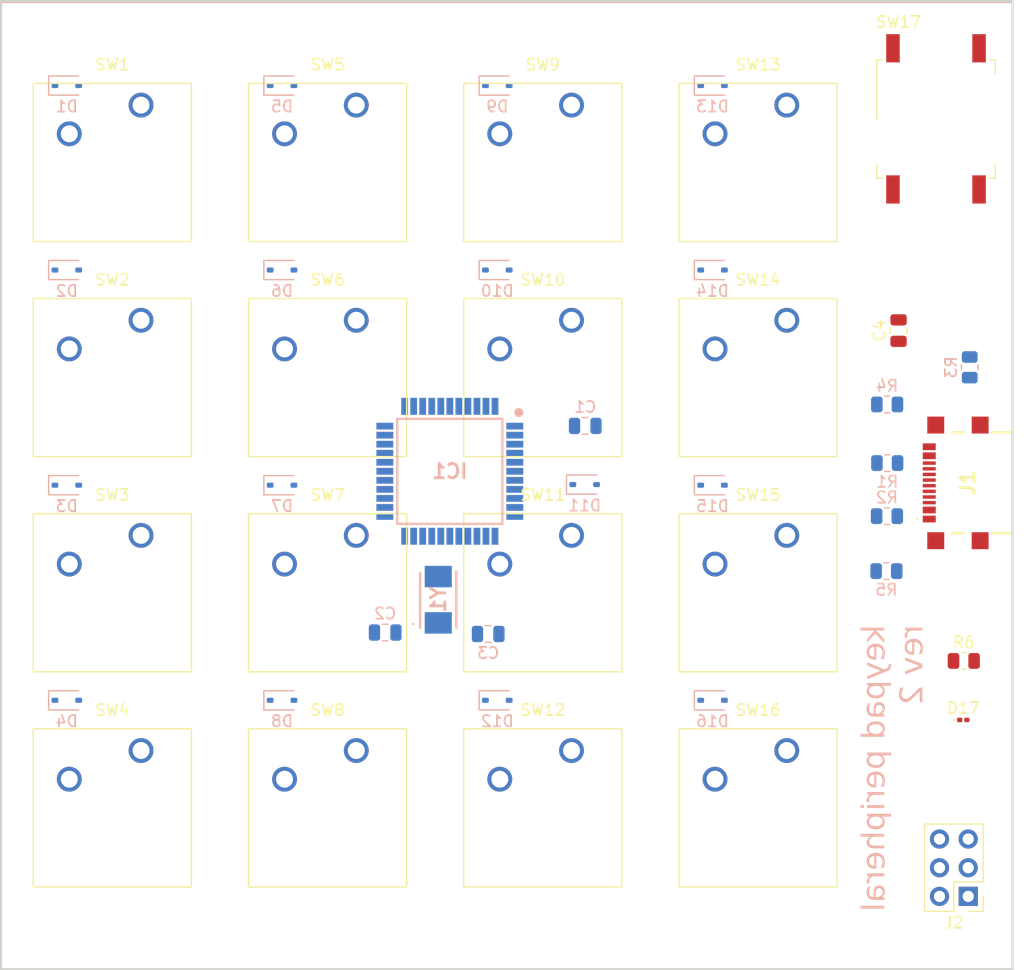
<source format=kicad_pcb>
(kicad_pcb (version 20241229) (generator "pcbnew") (generator_version "9.0")
  (layers (0 "F.Cu" signal) (2 "B.Cu" signal) (13 "F.Paste" user) (15 "B.Paste" user) (5 "F.SilkS" user "F.Silkscreen") (7 "B.SilkS" user "B.Silkscreen") (1 "F.Mask" user) (3 "B.Mask" user) (25 "Edge.Cuts" user))
  (net 0 "")
  (net 1 "Net-(IC1-UCAP)")
  (net 2 "GND")
  (net 3 "Net-(IC1-XTAL2)")
  (net 4 "Net-(IC1-XTAL1)")
  (net 5 "Net-(IC1-~{RESET})")
  (net 6 "Net-(C4-Pad2)")
  (net 7 "Net-(D1-A)")
  (net 8 "ROW1")
  (net 9 "Net-(D2-A)")
  (net 10 "ROW2")
  (net 11 "ROW3")
  (net 12 "Net-(D3-A)")
  (net 13 "Net-(D4-A)")
  (net 14 "ROW4")
  (net 15 "Net-(D5-A)")
  (net 16 "Net-(D6-A)")
  (net 17 "Net-(D7-A)")
  (net 18 "Net-(D8-A)")
  (net 19 "Net-(D9-A)")
  (net 20 "Net-(D10-A)")
  (net 21 "Net-(D11-A)")
  (net 22 "Net-(D12-A)")
  (net 23 "Net-(D13-A)")
  (net 24 "Net-(D14-A)")
  (net 25 "Net-(D15-A)")
  (net 26 "Net-(D16-A)")
  (net 28 "+5V")
  (net 29 "COL1")
  (net 35 "COL2")
  (net 36 "COL4")
  (net 37 "Net-(IC1-(PDO{slash}PCINT3{slash}MISO)_PB3)")
  (net 39 "Net-(IC1-D-)")
  (net 40 "Net-(IC1-D+)")
  (net 47 "COL3")
  (net 48 "Net-(IC1-(PCINT1{slash}SCLK)_PB1)")
  (net 51 "Net-(IC1-(PDI{slash}PCINT2{slash}MOSI)_PB2)")
  (net 53 "Net-(J1-DN1)")
  (net 54 "Net-(J1-DP1)")
  (net 56 "Net-(J1-CC2)")
  (net 59 "Net-(J1-CC1)")
  (net 64 "Net-(D17-A)")
  (footprint "Connector_PinHeader_2.54mm:PinHeader_2x03_P2.54mm_Vertical" (layer "F.Cu") (at 142.74 98.325 180)
    (property "Reference" "J2" (at 1.27 -2.33 0) (layer "F.SilkS"))
    (property "Value" "ISP")
    (fp_line (start 3.87 -1.33) (end 3.87 6.41) (stroke (width 0.12)) (layer "F.SilkS"))
    (fp_line (start 1.27 1.27) (end 1.27 -1.33) (stroke (width 0.12)) (layer "F.SilkS"))
    (fp_line (start 1.27 -1.33) (end 3.87 -1.33) (stroke (width 0.12)) (layer "F.SilkS"))
    (fp_line (start -1.33 6.41) (end 3.87 6.41) (stroke (width 0.12)) (layer "F.SilkS"))
    (fp_line (start -1.33 1.27) (end 1.27 1.27) (stroke (width 0.12)) (layer "F.SilkS"))
    (fp_line (start -1.33 1.27) (end -1.33 6.41) (stroke (width 0.12)) (layer "F.SilkS"))
    (fp_line (start -1.33 0) (end -1.33 -1.33) (stroke (width 0.12)) (layer "F.SilkS"))
    (fp_line (start -1.33 -1.33) (end 0 -1.33) (stroke (width 0.12)) (layer "F.SilkS"))
    (pad "1" thru_hole rect (at 0 0 180) (size 1.7 1.7) (drill 1) (layers "*.Cu" "*.Mask") (net 37 "Net-(IC1-(PDO{slash}PCINT3{slash}MISO)_PB3)"))
    (pad "2" thru_hole oval (at 2.54 0 180) (size 1.7 1.7) (drill 1) (layers "*.Cu" "*.Mask") (net 28 "+5V"))
    (pad "3" thru_hole oval (at 0 2.54 180) (size 1.7 1.7) (drill 1) (layers "*.Cu" "*.Mask") (net 48 "Net-(IC1-(PCINT1{slash}SCLK)_PB1)"))
    (pad "4" thru_hole oval (at 2.54 2.54 180) (size 1.7 1.7) (drill 1) (layers "*.Cu" "*.Mask") (net 51 "Net-(IC1-(PDI{slash}PCINT2{slash}MOSI)_PB2)"))
    (pad "5" thru_hole oval (at 0 5.08 180) (size 1.7 1.7) (drill 1) (layers "*.Cu" "*.Mask") (net 5 "Net-(IC1-~{RESET})"))
    (pad "6" thru_hole oval (at 2.54 5.08 180) (size 1.7 1.7) (drill 1) (layers "*.Cu" "*.Mask") (net 2 "GND"))
  )
  (footprint "Library Dir:CherryMX_1.00u_PCB" (layer "F.Cu") (at 124.1425 52.3875)
    (property "Reference" "SW14" (at 0 -8.6625 0) (layer "F.SilkS"))
    (property "Value" "~")
    (fp_line (start -7 -7) (end -7 7) (stroke (width 0.12)) (layer "F.SilkS"))
    (fp_line (start -7 -7) (end 7 -7) (stroke (width 0.12)) (layer "F.SilkS"))
    (fp_line (start 7 -7) (end 7 7) (stroke (width 0.12)) (layer "F.SilkS"))
    (fp_line (start 7 7) (end -7 7) (stroke (width 0.12)) (layer "F.SilkS"))
    (pad "" np_thru_hole circle (at -5.08 0) (size 1.75 1.75) (drill 1.75) (layers "*.Cu" "*.Mask"))
    (pad "" np_thru_hole circle (at 0 0) (size 4 4) (drill 4) (layers "*.Cu" "*.Mask"))
    (pad "" np_thru_hole circle (at 5.08 0) (size 1.75 1.75) (drill 1.75) (layers "*.Cu" "*.Mask"))
    (pad "1" thru_hole circle (at -3.81 -2.54) (size 2.2 2.2) (drill 1.5) (layers "*.Cu" "*.Mask") (net 36 "COL4"))
    (pad "2" thru_hole circle (at 2.54 -5.08) (size 2.2 2.2) (drill 1.5) (layers "*.Cu" "*.Mask") (net 24 "Net-(D14-A)"))
  )
  (footprint "Library Dir:CherryMX_1.00u_PCB" (layer "F.Cu") (at 66.9925 90.4875)
    (property "Reference" "SW4" (at 0 -8.6625 0) (layer "F.SilkS"))
    (property "Value" "~")
    (fp_line (start -7 -7) (end -7 7) (stroke (width 0.12)) (layer "F.SilkS"))
    (fp_line (start -7 -7) (end 7 -7) (stroke (width 0.12)) (layer "F.SilkS"))
    (fp_line (start 7 -7) (end 7 7) (stroke (width 0.12)) (layer "F.SilkS"))
    (fp_line (start 7 7) (end -7 7) (stroke (width 0.12)) (layer "F.SilkS"))
    (pad "" np_thru_hole circle (at -5.08 0) (size 1.75 1.75) (drill 1.75) (layers "*.Cu" "*.Mask"))
    (pad "" np_thru_hole circle (at 0 0) (size 4 4) (drill 4) (layers "*.Cu" "*.Mask"))
    (pad "" np_thru_hole circle (at 5.08 0) (size 1.75 1.75) (drill 1.75) (layers "*.Cu" "*.Mask"))
    (pad "1" thru_hole circle (at -3.81 -2.54) (size 2.2 2.2) (drill 1.5) (layers "*.Cu" "*.Mask") (net 29 "COL1"))
    (pad "2" thru_hole circle (at 2.54 -5.08) (size 2.2 2.2) (drill 1.5) (layers "*.Cu" "*.Mask") (net 13 "Net-(D4-A)"))
  )
  (footprint "Library Dir:CherryMX_1.00u_PCB" (layer "F.Cu") (at 124.1425 90.4875)
    (property "Reference" "SW16" (at 0 -8.6625 0) (layer "F.SilkS"))
    (property "Value" "~")
    (fp_line (start -7 -7) (end -7 7) (stroke (width 0.12)) (layer "F.SilkS"))
    (fp_line (start -7 -7) (end 7 -7) (stroke (width 0.12)) (layer "F.SilkS"))
    (fp_line (start 7 -7) (end 7 7) (stroke (width 0.12)) (layer "F.SilkS"))
    (fp_line (start 7 7) (end -7 7) (stroke (width 0.12)) (layer "F.SilkS"))
    (pad "" np_thru_hole circle (at -5.08 0) (size 1.75 1.75) (drill 1.75) (layers "*.Cu" "*.Mask"))
    (pad "" np_thru_hole circle (at 0 0) (size 4 4) (drill 4) (layers "*.Cu" "*.Mask"))
    (pad "" np_thru_hole circle (at 5.08 0) (size 1.75 1.75) (drill 1.75) (layers "*.Cu" "*.Mask"))
    (pad "1" thru_hole circle (at -3.81 -2.54) (size 2.2 2.2) (drill 1.5) (layers "*.Cu" "*.Mask") (net 36 "COL4"))
    (pad "2" thru_hole circle (at 2.54 -5.08) (size 2.2 2.2) (drill 1.5) (layers "*.Cu" "*.Mask") (net 26 "Net-(D16-A)"))
  )
  (footprint "LED_SMD:LED_0201_0603Metric" (layer "F.Cu") (at 142.305 82.7)
    (property "Reference" "D17" (at 0 -1.05 0) (layer "F.SilkS"))
    (property "Value" "POWER")
    (fp_circle (center -0.86 0) (end -0.81 0) (stroke (width 0.1)) (fill no) (layer "F.SilkS"))
    (pad "1" smd roundrect (at -0.32 0) (size 0.46 0.4) (layers "F.Cu" "F.Mask") (net 2 "GND"))
    (pad "2" smd roundrect (at 0.32 0) (size 0.46 0.4) (layers "F.Cu" "F.Mask") (net 64 "Net-(D17-A)"))
  )
  (footprint "Library Dir:CherryMX_1.00u_PCB" (layer "F.Cu") (at 86.0425 90.4875)
    (property "Reference" "SW8" (at 0 -8.6625 0) (layer "F.SilkS"))
    (property "Value" "~")
    (fp_line (start -7 -7) (end -7 7) (stroke (width 0.12)) (layer "F.SilkS"))
    (fp_line (start -7 -7) (end 7 -7) (stroke (width 0.12)) (layer "F.SilkS"))
    (fp_line (start 7 -7) (end 7 7) (stroke (width 0.12)) (layer "F.SilkS"))
    (fp_line (start 7 7) (end -7 7) (stroke (width 0.12)) (layer "F.SilkS"))
    (pad "" np_thru_hole circle (at -5.08 0) (size 1.75 1.75) (drill 1.75) (layers "*.Cu" "*.Mask"))
    (pad "" np_thru_hole circle (at 0 0) (size 4 4) (drill 4) (layers "*.Cu" "*.Mask"))
    (pad "" np_thru_hole circle (at 5.08 0) (size 1.75 1.75) (drill 1.75) (layers "*.Cu" "*.Mask"))
    (pad "1" thru_hole circle (at -3.81 -2.54) (size 2.2 2.2) (drill 1.5) (layers "*.Cu" "*.Mask") (net 35 "COL2"))
    (pad "2" thru_hole circle (at 2.54 -5.08) (size 2.2 2.2) (drill 1.5) (layers "*.Cu" "*.Mask") (net 18 "Net-(D8-A)"))
  )
  (footprint "Capacitor_SMD:C_0805_2012Metric" (layer "F.Cu") (at 136.575 48.225 90)
    (property "Reference" "C4" (at 0 -1.68 90) (layer "F.SilkS"))
    (property "Value" "0.1uf")
    (fp_line (start -0.261252 -0.735) (end 0.261252 -0.735) (stroke (width 0.12)) (layer "F.SilkS"))
    (fp_line (start -0.261252 0.735) (end 0.261252 0.735) (stroke (width 0.12)) (layer "F.SilkS"))
    (pad "1" smd roundrect (at -0.95 0 90) (size 1 1.45) (layers "F.Cu" "F.Mask" "F.Paste") (net 5 "Net-(IC1-~{RESET})"))
    (pad "2" smd roundrect (at 0.95 0 90) (size 1 1.45) (layers "F.Cu" "F.Mask" "F.Paste") (net 6 "Net-(C4-Pad2)"))
  )
  (footprint "Library Dir:CherryMX_1.00u_PCB" (layer "F.Cu") (at 86.0425 71.4375)
    (property "Reference" "SW7" (at 0 -8.6625 0) (layer "F.SilkS"))
    (property "Value" "~")
    (fp_line (start -7 -7) (end -7 7) (stroke (width 0.12)) (layer "F.SilkS"))
    (fp_line (start -7 -7) (end 7 -7) (stroke (width 0.12)) (layer "F.SilkS"))
    (fp_line (start 7 -7) (end 7 7) (stroke (width 0.12)) (layer "F.SilkS"))
    (fp_line (start 7 7) (end -7 7) (stroke (width 0.12)) (layer "F.SilkS"))
    (pad "" np_thru_hole circle (at -5.08 0) (size 1.75 1.75) (drill 1.75) (layers "*.Cu" "*.Mask"))
    (pad "" np_thru_hole circle (at 0 0) (size 4 4) (drill 4) (layers "*.Cu" "*.Mask"))
    (pad "" np_thru_hole circle (at 5.08 0) (size 1.75 1.75) (drill 1.75) (layers "*.Cu" "*.Mask"))
    (pad "1" thru_hole circle (at -3.81 -2.54) (size 2.2 2.2) (drill 1.5) (layers "*.Cu" "*.Mask") (net 35 "COL2"))
    (pad "2" thru_hole circle (at 2.54 -5.08) (size 2.2 2.2) (drill 1.5) (layers "*.Cu" "*.Mask") (net 17 "Net-(D7-A)"))
  )
  (footprint "Library Dir:CherryMX_1.00u_PCB" (layer "F.Cu") (at 105.0925 90.4875)
    (property "Reference" "SW12" (at 0 -8.6625 0) (layer "F.SilkS"))
    (property "Value" "~")
    (fp_line (start -7 -7) (end -7 7) (stroke (width 0.12)) (layer "F.SilkS"))
    (fp_line (start -7 -7) (end 7 -7) (stroke (width 0.12)) (layer "F.SilkS"))
    (fp_line (start 7 -7) (end 7 7) (stroke (width 0.12)) (layer "F.SilkS"))
    (fp_line (start 7 7) (end -7 7) (stroke (width 0.12)) (layer "F.SilkS"))
    (pad "" np_thru_hole circle (at -5.08 0) (size 1.75 1.75) (drill 1.75) (layers "*.Cu" "*.Mask"))
    (pad "" np_thru_hole circle (at 0 0) (size 4 4) (drill 4) (layers "*.Cu" "*.Mask"))
    (pad "" np_thru_hole circle (at 5.08 0) (size 1.75 1.75) (drill 1.75) (layers "*.Cu" "*.Mask"))
    (pad "1" thru_hole circle (at -3.81 -2.54) (size 2.2 2.2) (drill 1.5) (layers "*.Cu" "*.Mask") (net 47 "COL3"))
    (pad "2" thru_hole circle (at 2.54 -5.08) (size 2.2 2.2) (drill 1.5) (layers "*.Cu" "*.Mask") (net 22 "Net-(D12-A)"))
  )
  (footprint "Button_Switch_SMD:SW_MEC_5GSH9" (layer "F.Cu") (at 139.89 29.475)
    (property "Reference" "SW17" (at -3.325 -8.575 180) (layer "F.SilkS"))
    (property "Value" "Reset")
    (fp_line (start -5.25 -5.25) (end -5.25 0) (stroke (width 0.12)) (layer "F.SilkS"))
    (fp_line (start -5.25 5.25) (end -5.25 4) (stroke (width 0.12)) (layer "F.SilkS"))
    (fp_line (start -4.7 -5.25) (end -5.25 -5.25) (stroke (width 0.12)) (layer "F.SilkS"))
    (fp_line (start -4.7 5.25) (end -5.25 5.25) (stroke (width 0.12)) (layer "F.SilkS"))
    (fp_line (start 4.7 -5.25) (end 5.25 -5.25) (stroke (width 0.12)) (layer "F.SilkS"))
    (fp_line (start 4.7 5.25) (end 5.25 5.25) (stroke (width 0.12)) (layer "F.SilkS"))
    (fp_line (start 5.25 -5.25) (end 5.25 -4) (stroke (width 0.12)) (layer "F.SilkS"))
    (fp_line (start 5.25 5.25) (end 5.25 4) (stroke (width 0.12)) (layer "F.SilkS"))
    (pad "1" smd rect (at -3.81 -6.25 90) (size 2.5 1.2) (layers "F.Cu" "F.Mask" "F.Paste") (net 2 "GND"))
    (pad "2" smd rect (at -3.81 6.25 90) (size 2.5 1.2) (layers "F.Cu" "F.Mask" "F.Paste") (net 6 "Net-(C4-Pad2)"))
    (pad "3" smd rect (at 3.81 -6.25 90) (size 2.5 1.2) (layers "F.Cu" "F.Mask" "F.Paste"))
    (pad "4" smd rect (at 3.81 6.25 90) (size 2.5 1.2) (layers "F.Cu" "F.Mask" "F.Paste"))
  )
  (footprint "Library Dir:CherryMX_1.00u_PCB" (layer "F.Cu") (at 86.0425 33.3375)
    (property "Reference" "SW5" (at 0 -8.6625 0) (layer "F.SilkS"))
    (property "Value" "~")
    (fp_line (start -7 -7) (end -7 7) (stroke (width 0.12)) (layer "F.SilkS"))
    (fp_line (start -7 -7) (end 7 -7) (stroke (width 0.12)) (layer "F.SilkS"))
    (fp_line (start 7 -7) (end 7 7) (stroke (width 0.12)) (layer "F.SilkS"))
    (fp_line (start 7 7) (end -7 7) (stroke (width 0.12)) (layer "F.SilkS"))
    (pad "" np_thru_hole circle (at -5.08 0) (size 1.75 1.75) (drill 1.75) (layers "*.Cu" "*.Mask"))
    (pad "" np_thru_hole circle (at 0 0) (size 4 4) (drill 4) (layers "*.Cu" "*.Mask"))
    (pad "" np_thru_hole circle (at 5.08 0) (size 1.75 1.75) (drill 1.75) (layers "*.Cu" "*.Mask"))
    (pad "1" thru_hole circle (at -3.81 -2.54) (size 2.2 2.2) (drill 1.5) (layers "*.Cu" "*.Mask") (net 35 "COL2"))
    (pad "2" thru_hole circle (at 2.54 -5.08) (size 2.2 2.2) (drill 1.5) (layers "*.Cu" "*.Mask") (net 15 "Net-(D5-A)"))
  )
  (footprint "Library Dir:CherryMX_1.00u_PCB" (layer "F.Cu") (at 124.1425 33.3375)
    (property "Reference" "SW13" (at 0 -8.6625 0) (layer "F.SilkS"))
    (property "Value" "~")
    (fp_line (start -7 -7) (end -7 7) (stroke (width 0.12)) (layer "F.SilkS"))
    (fp_line (start -7 -7) (end 7 -7) (stroke (width 0.12)) (layer "F.SilkS"))
    (fp_line (start 7 -7) (end 7 7) (stroke (width 0.12)) (layer "F.SilkS"))
    (fp_line (start 7 7) (end -7 7) (stroke (width 0.12)) (layer "F.SilkS"))
    (pad "" np_thru_hole circle (at -5.08 0) (size 1.75 1.75) (drill 1.75) (layers "*.Cu" "*.Mask"))
    (pad "" np_thru_hole circle (at 0 0) (size 4 4) (drill 4) (layers "*.Cu" "*.Mask"))
    (pad "" np_thru_hole circle (at 5.08 0) (size 1.75 1.75) (drill 1.75) (layers "*.Cu" "*.Mask"))
    (pad "1" thru_hole circle (at -3.81 -2.54) (size 2.2 2.2) (drill 1.5) (layers "*.Cu" "*.Mask") (net 36 "COL4"))
    (pad "2" thru_hole circle (at 2.54 -5.08) (size 2.2 2.2) (drill 1.5) (layers "*.Cu" "*.Mask") (net 23 "Net-(D13-A)"))
  )
  (footprint "Library Dir:CherryMX_1.00u_PCB" (layer "F.Cu") (at 66.9925 52.3875)
    (property "Reference" "SW2" (at 0 -8.6625 0) (layer "F.SilkS"))
    (property "Value" "~")
    (fp_line (start -7 -7) (end -7 7) (stroke (width 0.12)) (layer "F.SilkS"))
    (fp_line (start -7 -7) (end 7 -7) (stroke (width 0.12)) (layer "F.SilkS"))
    (fp_line (start 7 -7) (end 7 7) (stroke (width 0.12)) (layer "F.SilkS"))
    (fp_line (start 7 7) (end -7 7) (stroke (width 0.12)) (layer "F.SilkS"))
    (pad "" np_thru_hole circle (at -5.08 0) (size 1.75 1.75) (drill 1.75) (layers "*.Cu" "*.Mask"))
    (pad "" np_thru_hole circle (at 0 0) (size 4 4) (drill 4) (layers "*.Cu" "*.Mask"))
    (pad "" np_thru_hole circle (at 5.08 0) (size 1.75 1.75) (drill 1.75) (layers "*.Cu" "*.Mask"))
    (pad "1" thru_hole circle (at -3.81 -2.54) (size 2.2 2.2) (drill 1.5) (layers "*.Cu" "*.Mask") (net 29 "COL1"))
    (pad "2" thru_hole circle (at 2.54 -5.08) (size 2.2 2.2) (drill 1.5) (layers "*.Cu" "*.Mask") (net 9 "Net-(D2-A)"))
  )
  (footprint "Resistor_SMD:R_0805_2012Metric" (layer "F.Cu") (at 142.35 77.475)
    (property "Reference" "R6" (at 0 -1.65 0) (layer "F.SilkS"))
    (property "Value" "330")
    (fp_line (start -0.227064 -0.735) (end 0.227064 -0.735) (stroke (width 0.12)) (layer "F.SilkS"))
    (fp_line (start -0.227064 0.735) (end 0.227064 0.735) (stroke (width 0.12)) (layer "F.SilkS"))
    (pad "1" smd roundrect (at -0.9125 0) (size 1.025 1.4) (layers "F.Cu" "F.Mask" "F.Paste") (roundrect_rratio 0.243902) (net 28 "+5V"))
    (pad "2" smd roundrect (at 0.9125 0) (size 1.025 1.4) (layers "F.Cu" "F.Mask" "F.Paste") (roundrect_rratio 0.243902) (net 64 "Net-(D17-A)"))
  )
  (footprint "Library Dir:CherryMX_1.00u_PCB" (layer "F.Cu") (at 66.9925 71.4375)
    (property "Reference" "SW3" (at 0 -8.6625 0) (layer "F.SilkS"))
    (property "Value" "~")
    (fp_line (start -7 -7) (end -7 7) (stroke (width 0.12)) (layer "F.SilkS"))
    (fp_line (start -7 -7) (end 7 -7) (stroke (width 0.12)) (layer "F.SilkS"))
    (fp_line (start 7 -7) (end 7 7) (stroke (width 0.12)) (layer "F.SilkS"))
    (fp_line (start 7 7) (end -7 7) (stroke (width 0.12)) (layer "F.SilkS"))
    (pad "" np_thru_hole circle (at -5.08 0) (size 1.75 1.75) (drill 1.75) (layers "*.Cu" "*.Mask"))
    (pad "" np_thru_hole circle (at 0 0) (size 4 4) (drill 4) (layers "*.Cu" "*.Mask"))
    (pad "" np_thru_hole circle (at 5.08 0) (size 1.75 1.75) (drill 1.75) (layers "*.Cu" "*.Mask"))
    (pad "1" thru_hole circle (at -3.81 -2.54) (size 2.2 2.2) (drill 1.5) (layers "*.Cu" "*.Mask") (net 29 "COL1"))
    (pad "2" thru_hole circle (at 2.54 -5.08) (size 2.2 2.2) (drill 1.5) (layers "*.Cu" "*.Mask") (net 12 "Net-(D3-A)"))
  )
  (footprint "Library Dir:CherryMX_1.00u_PCB" (layer "F.Cu") (at 105.0925 71.4375)
    (property "Reference" "SW11" (at 0 -8.6625 0) (layer "F.SilkS"))
    (property "Value" "~")
    (fp_line (start -7 -7) (end -7 7) (stroke (width 0.12)) (layer "F.SilkS"))
    (fp_line (start -7 -7) (end 7 -7) (stroke (width 0.12)) (layer "F.SilkS"))
    (fp_line (start 7 -7) (end 7 7) (stroke (width 0.12)) (layer "F.SilkS"))
    (fp_line (start 7 7) (end -7 7) (stroke (width 0.12)) (layer "F.SilkS"))
    (pad "" np_thru_hole circle (at -5.08 0) (size 1.75 1.75) (drill 1.75) (layers "*.Cu" "*.Mask"))
    (pad "" np_thru_hole circle (at 0 0) (size 4 4) (drill 4) (layers "*.Cu" "*.Mask"))
    (pad "" np_thru_hole circle (at 5.08 0) (size 1.75 1.75) (drill 1.75) (layers "*.Cu" "*.Mask"))
    (pad "1" thru_hole circle (at -3.81 -2.54) (size 2.2 2.2) (drill 1.5) (layers "*.Cu" "*.Mask") (net 47 "COL3"))
    (pad "2" thru_hole circle (at 2.54 -5.08) (size 2.2 2.2) (drill 1.5) (layers "*.Cu" "*.Mask") (net 21 "Net-(D11-A)"))
  )
  (footprint "Library Dir:CherryMX_1.00u_PCB" (layer "F.Cu") (at 105.0925 33.3375)
    (property "Reference" "SW9" (at 0 -8.6625 0) (layer "F.SilkS"))
    (property "Value" "~")
    (fp_line (start -7 -7) (end -7 7) (stroke (width 0.12)) (layer "F.SilkS"))
    (fp_line (start -7 -7) (end 7 -7) (stroke (width 0.12)) (layer "F.SilkS"))
    (fp_line (start 7 -7) (end 7 7) (stroke (width 0.12)) (layer "F.SilkS"))
    (fp_line (start 7 7) (end -7 7) (stroke (width 0.12)) (layer "F.SilkS"))
    (pad "" np_thru_hole circle (at -5.08 0) (size 1.75 1.75) (drill 1.75) (layers "*.Cu" "*.Mask"))
    (pad "" np_thru_hole circle (at 0 0) (size 4 4) (drill 4) (layers "*.Cu" "*.Mask"))
    (pad "" np_thru_hole circle (at 5.08 0) (size 1.75 1.75) (drill 1.75) (layers "*.Cu" "*.Mask"))
    (pad "1" thru_hole circle (at -3.81 -2.54) (size 2.2 2.2) (drill 1.5) (layers "*.Cu" "*.Mask") (net 47 "COL3"))
    (pad "2" thru_hole circle (at 2.54 -5.08) (size 2.2 2.2) (drill 1.5) (layers "*.Cu" "*.Mask") (net 19 "Net-(D9-A)"))
  )
  (footprint "Library Dir:CherryMX_1.00u_PCB" (layer "F.Cu") (at 105.0925 52.3875)
    (property "Reference" "SW10" (at 0 -8.6625 0) (layer "F.SilkS"))
    (property "Value" "~")
    (fp_line (start -7 -7) (end -7 7) (stroke (width 0.12)) (layer "F.SilkS"))
    (fp_line (start -7 -7) (end 7 -7) (stroke (width 0.12)) (layer "F.SilkS"))
    (fp_line (start 7 -7) (end 7 7) (stroke (width 0.12)) (layer "F.SilkS"))
    (fp_line (start 7 7) (end -7 7) (stroke (width 0.12)) (layer "F.SilkS"))
    (pad "" np_thru_hole circle (at -5.08 0) (size 1.75 1.75) (drill 1.75) (layers "*.Cu" "*.Mask"))
    (pad "" np_thru_hole circle (at 0 0) (size 4 4) (drill 4) (layers "*.Cu" "*.Mask"))
    (pad "" np_thru_hole circle (at 5.08 0) (size 1.75 1.75) (drill 1.75) (layers "*.Cu" "*.Mask"))
    (pad "1" thru_hole circle (at -3.81 -2.54) (size 2.2 2.2) (drill 1.5) (layers "*.Cu" "*.Mask") (net 47 "COL3"))
    (pad "2" thru_hole circle (at 2.54 -5.08) (size 2.2 2.2) (drill 1.5) (layers "*.Cu" "*.Mask") (net 20 "Net-(D10-A)"))
  )
  (footprint "Library Dir:UJ20CHGSMT5P16TR" (layer "F.Cu") (at 142.9695 61.7086 90)
    (property "Reference" "J1" (at 0 -0.287 90) (layer "F.SilkS") (effects (font (size 1.27 1.27) (thickness 0.254))))
    (property "Value" "USB" (hide yes))
    (fp_line (start -3.2 -4.8) (end -3.2 -4.8) (stroke (width 0.1)) (layer "F.SilkS"))
    (fp_line (start -3.2 -4.7) (end -3.2 -4.7) (stroke (width 0.1)) (layer "F.SilkS"))
    (fp_line (start 4.47 -1.603) (end 4.47 -0.603) (stroke (width 0.2)) (layer "F.SilkS"))
    (fp_line (start -4.47 -1.603) (end -4.47 -0.603) (stroke (width 0.2)) (layer "F.SilkS"))
    (fp_line (start -4.47 1.897) (end -4.47 3.678) (stroke (width 0.2)) (layer "F.SilkS"))
    (fp_line (start 4.47 3.678) (end 4.47 1.897) (stroke (width 0.2)) (layer "F.SilkS"))
    (fp_line (start -4.47 3.678) (end 4.47 3.678) (stroke (width 0.2)) (layer "F.SilkS"))
    (fp_arc (start -3.2 -4.8) (mid -3.15 -4.75) (end -3.2 -4.7) (stroke (width 0.1)) (layer "F.SilkS"))
    (fp_arc (start -3.2 -4.7) (mid -3.25 -4.75) (end -3.2 -4.8) (stroke (width 0.1)) (layer "F.SilkS"))
    (pad "" np_thru_hole circle (at -2.89 -2.603 90) (size 0.65 0.65) (drill 0.65) (layers "*.Cu" "*.Mask"))
    (pad "" np_thru_hole circle (at 2.89 -2.603 90) (size 0.65 0.65) (drill 0.65) (layers "*.Cu" "*.Mask"))
    (pad "A1" smd rect (at -3.2 -3.678 90) (size 0.6 1.15) (layers "F.Cu" "F.Mask" "F.Paste") (net 2 "GND"))
    (pad "A4" smd rect (at -2.4 -3.678 90) (size 0.6 1.15) (layers "F.Cu" "F.Mask" "F.Paste") (net 28 "+5V"))
    (pad "A5" smd rect (at -1.25 -3.678 90) (size 0.3 1.15) (layers "F.Cu" "F.Mask" "F.Paste") (net 59 "Net-(J1-CC1)"))
    (pad "A6" smd rect (at -0.25 -3.678 90) (size 0.3 1.15) (layers "F.Cu" "F.Mask" "F.Paste") (net 54 "Net-(J1-DP1)"))
    (pad "A7" smd rect (at 0.25 -3.678 90) (size 0.3 1.15) (layers "F.Cu" "F.Mask" "F.Paste") (net 53 "Net-(J1-DN1)"))
    (pad "A8" smd rect (at 1.25 -3.678 90) (size 0.3 1.15) (layers "F.Cu" "F.Mask" "F.Paste"))
    (pad "B1" smd rect (at 3.2 -3.678 90) (size 0.6 1.15) (layers "F.Cu" "F.Mask" "F.Paste") (net 2 "GND"))
    (pad "B4" smd rect (at 2.4 -3.678 90) (size 0.6 1.15) (layers "F.Cu" "F.Mask" "F.Paste") (net 28 "+5V"))
    (pad "B5" smd rect (at 1.75 -3.678 90) (size 0.3 1.15) (layers "F.Cu" "F.Mask" "F.Paste") (net 56 "Net-(J1-CC2)"))
    (pad "B6" smd rect (at 0.75 -3.678 90) (size 0.3 1.15) (layers "F.Cu" "F.Mask" "F.Paste"))
    (pad "B7" smd rect (at -0.75 -3.678 90) (size 0.3 1.15) (layers "F.Cu" "F.Mask" "F.Paste"))
    (pad "B8" smd rect (at -1.75 -3.678 90) (size 0.3 1.15) (layers "F.Cu" "F.Mask" "F.Paste"))
    (pad "MP1" smd rect (at -5.12 -3.103 90) (size 1.5 1.5) (layers "F.Cu" "F.Mask" "F.Paste"))
    (pad "MP2" smd rect (at 5.12 -3.103 90) (size 1.5 1.5) (layers "F.Cu" "F.Mask" "F.Paste"))
    (pad "MP3" smd rect (at -5.12 0.827 90) (size 1.5 1.5) (layers "F.Cu" "F.Mask" "F.Paste"))
    (pad "MP4" smd rect (at 5.12 0.827 90) (size 1.5 1.5) (layers "F.Cu" "F.Mask" "F.Paste"))
  )
  (footprint "Library Dir:CherryMX_1.00u_PCB" (layer "F.Cu") (at 124.1425 71.4375)
    (property "Reference" "SW15" (at 0 -8.6625 0) (layer "F.SilkS"))
    (property "Value" "~")
    (fp_line (start -7 -7) (end -7 7) (stroke (width 0.12)) (layer "F.SilkS"))
    (fp_line (start -7 -7) (end 7 -7) (stroke (width 0.12)) (layer "F.SilkS"))
    (fp_line (start 7 -7) (end 7 7) (stroke (width 0.12)) (layer "F.SilkS"))
    (fp_line (start 7 7) (end -7 7) (stroke (width 0.12)) (layer "F.SilkS"))
    (pad "" np_thru_hole circle (at -5.08 0) (size 1.75 1.75) (drill 1.75) (layers "*.Cu" "*.Mask"))
    (pad "" np_thru_hole circle (at 0 0) (size 4 4) (drill 4) (layers "*.Cu" "*.Mask"))
    (pad "" np_thru_hole circle (at 5.08 0) (size 1.75 1.75) (drill 1.75) (layers "*.Cu" "*.Mask"))
    (pad "1" thru_hole circle (at -3.81 -2.54) (size 2.2 2.2) (drill 1.5) (layers "*.Cu" "*.Mask") (net 36 "COL4"))
    (pad "2" thru_hole circle (at 2.54 -5.08) (size 2.2 2.2) (drill 1.5) (layers "*.Cu" "*.Mask") (net 25 "Net-(D15-A)"))
  )
  (footprint "Library Dir:CherryMX_1.00u_PCB" (layer "F.Cu") (at 66.9925 33.3375)
    (property "Reference" "SW1" (at 0 -8.6625 0) (layer "F.SilkS"))
    (property "Value" "~")
    (fp_line (start -7 -7) (end -7 7) (stroke (width 0.12)) (layer "F.SilkS"))
    (fp_line (start -7 -7) (end 7 -7) (stroke (width 0.12)) (layer "F.SilkS"))
    (fp_line (start 7 -7) (end 7 7) (stroke (width 0.12)) (layer "F.SilkS"))
    (fp_line (start 7 7) (end -7 7) (stroke (width 0.12)) (layer "F.SilkS"))
    (pad "" np_thru_hole circle (at -5.08 0) (size 1.75 1.75) (drill 1.75) (layers "*.Cu" "*.Mask"))
    (pad "" np_thru_hole circle (at 0 0) (size 4 4) (drill 4) (layers "*.Cu" "*.Mask"))
    (pad "" np_thru_hole circle (at 5.08 0) (size 1.75 1.75) (drill 1.75) (layers "*.Cu" "*.Mask"))
    (pad "1" thru_hole circle (at -3.81 -2.54) (size 2.2 2.2) (drill 1.5) (layers "*.Cu" "*.Mask") (net 29 "COL1"))
    (pad "2" thru_hole circle (at 2.54 -5.08) (size 2.2 2.2) (drill 1.5) (layers "*.Cu" "*.Mask") (net 7 "Net-(D1-A)"))
  )
  (footprint "Library Dir:CherryMX_1.00u_PCB" (layer "F.Cu") (at 86.0425 52.3875)
    (property "Reference" "SW6" (at 0 -8.6625 0) (layer "F.SilkS"))
    (property "Value" "~")
    (fp_line (start -7 -7) (end -7 7) (stroke (width 0.12)) (layer "F.SilkS"))
    (fp_line (start -7 -7) (end 7 -7) (stroke (width 0.12)) (layer "F.SilkS"))
    (fp_line (start 7 -7) (end 7 7) (stroke (width 0.12)) (layer "F.SilkS"))
    (fp_line (start 7 7) (end -7 7) (stroke (width 0.12)) (layer "F.SilkS"))
    (pad "" np_thru_hole circle (at -5.08 0) (size 1.75 1.75) (drill 1.75) (layers "*.Cu" "*.Mask"))
    (pad "" np_thru_hole circle (at 0 0) (size 4 4) (drill 4) (layers "*.Cu" "*.Mask"))
    (pad "" np_thru_hole circle (at 5.08 0) (size 1.75 1.75) (drill 1.75) (layers "*.Cu" "*.Mask"))
    (pad "1" thru_hole circle (at -3.81 -2.54) (size 2.2 2.2) (drill 1.5) (layers "*.Cu" "*.Mask") (net 35 "COL2"))
    (pad "2" thru_hole circle (at 2.54 -5.08) (size 2.2 2.2) (drill 1.5) (layers "*.Cu" "*.Mask") (net 16 "Net-(D6-A)"))
  )
  (footprint "Diode_SMD:D_SOD-323" (layer "B.Cu") (at 120.1125 80.9625)
    (property "Reference" "D16" (at 0 1.85 0) (layer "B.SilkS") (effects (justify mirror)))
    (property "Value" "1N4148WS")
    (fp_line (start -1.61 -0.85) (end 1.05 -0.85) (stroke (width 0.12)) (layer "B.SilkS"))
    (fp_line (start -1.61 0.85) (end -1.61 -0.85) (stroke (width 0.12)) (layer "B.SilkS"))
    (fp_line (start -1.61 0.85) (end 1.05 0.85) (stroke (width 0.12)) (layer "B.SilkS"))
    (pad "1" smd roundrect (at -1.05 0) (size 0.6 0.45) (layers "B.Cu" "B.Mask" "B.Paste") (net 14 "ROW4"))
    (pad "2" smd roundrect (at 1.05 0) (size 0.6 0.45) (layers "B.Cu" "B.Mask" "B.Paste") (net 26 "Net-(D16-A)"))
  )
  (footprint "Library Dir:ABM3" (layer "B.Cu") (at 95.839 72.0575 90)
    (property "Reference" "Y1" (at 0 0 90) (layer "B.SilkS") (effects (font (size 1.27 1.27) (thickness 0.254)) (justify mirror)))
    (property "Value" "ABM3-16.000MHZ-D2Y-T" (hide yes))
    (fp_line (start -2.1 -2.2) (end -2.1 -2.2) (stroke (width 0.1)) (layer "B.SilkS"))
    (fp_line (start -2.2 -2.2) (end -2.2 -2.2) (stroke (width 0.1)) (layer "B.SilkS"))
    (fp_line (start -2.5 -1.6) (end 2.4 -1.6) (stroke (width 0.2)) (layer "B.SilkS"))
    (fp_line (start -2.5 1.6) (end 2.5 1.6) (stroke (width 0.2)) (layer "B.SilkS"))
    (fp_arc (start -2.1 -2.2) (mid -2.15 -2.15) (end -2.2 -2.2) (stroke (width 0.1)) (layer "B.SilkS"))
    (fp_arc (start -2.2 -2.2) (mid -2.15 -2.25) (end -2.1 -2.2) (stroke (width 0.1)) (layer "B.SilkS"))
    (pad "1" smd rect (at -2.05 0 90) (size 1.9 2.4) (layers "B.Cu" "B.Mask" "B.Paste") (net 3 "Net-(IC1-XTAL2)"))
    (pad "2" smd rect (at 2.05 0 90) (size 1.9 2.4) (layers "B.Cu" "B.Mask" "B.Paste") (net 4 "Net-(IC1-XTAL1)"))
  )
  (footprint "Resistor_SMD:R_0805_2012Metric" (layer "B.Cu") (at 142.875 51.475 -90)
    (property "Reference" "R3" (at 0 1.65 90) (layer "B.SilkS") (effects (justify mirror)))
    (property "Value" "5.1k")
    (fp_line (start -0.227064 0.735) (end 0.227064 0.735) (stroke (width 0.12)) (layer "B.SilkS"))
    (fp_line (start -0.227064 -0.735) (end 0.227064 -0.735) (stroke (width 0.12)) (layer "B.SilkS"))
    (pad "1" smd roundrect (at -0.9125 0 270) (size 1.025 1.4) (layers "B.Cu" "B.Mask" "B.Paste") (roundrect_rratio 0.243902) (net 2 "GND"))
    (pad "2" smd roundrect (at 0.9125 0 270) (size 1.025 1.4) (layers "B.Cu" "B.Mask" "B.Paste") (roundrect_rratio 0.243902) (net 59 "Net-(J1-CC1)"))
  )
  (footprint "Resistor_SMD:R_0805_2012Metric" (layer "B.Cu") (at 135.565 54.7647 180)
    (property "Reference" "R4" (at 0 1.65 0) (layer "B.SilkS") (effects (justify mirror)))
    (property "Value" "5.1k")
    (fp_line (start -0.227064 0.735) (end 0.227064 0.735) (stroke (width 0.12)) (layer "B.SilkS"))
    (fp_line (start -0.227064 -0.735) (end 0.227064 -0.735) (stroke (width 0.12)) (layer "B.SilkS"))
    (pad "1" smd roundrect (at -0.9125 0 180) (size 1.025 1.4) (layers "B.Cu" "B.Mask" "B.Paste") (roundrect_rratio 0.243902) (net 56 "Net-(J1-CC2)"))
    (pad "2" smd roundrect (at 0.9125 0 180) (size 1.025 1.4) (layers "B.Cu" "B.Mask" "B.Paste") (roundrect_rratio 0.243902) (net 2 "GND"))
  )
  (footprint "Diode_SMD:D_SOD-323" (layer "B.Cu") (at 62.9625 26.5237)
    (property "Reference" "D1" (at 0 1.85 0) (layer "B.SilkS") (effects (justify mirror)))
    (property "Value" "1N4148WS")
    (fp_line (start -1.61 -0.85) (end 1.05 -0.85) (stroke (width 0.12)) (layer "B.SilkS"))
    (fp_line (start -1.61 0.85) (end -1.61 -0.85) (stroke (width 0.12)) (layer "B.SilkS"))
    (fp_line (start -1.61 0.85) (end 1.05 0.85) (stroke (width 0.12)) (layer "B.SilkS"))
    (pad "1" smd roundrect (at -1.05 0) (size 0.6 0.45) (layers "B.Cu" "B.Mask" "B.Paste") (net 8 "ROW1"))
    (pad "2" smd roundrect (at 1.05 0) (size 0.6 0.45) (layers "B.Cu" "B.Mask" "B.Paste") (net 7 "Net-(D1-A)"))
  )
  (footprint "Diode_SMD:D_SOD-323" (layer "B.Cu") (at 101.0625 80.9625)
    (property "Reference" "D12" (at 0 1.85 0) (layer "B.SilkS") (effects (justify mirror)))
    (property "Value" "1N4148WS")
    (fp_line (start -1.61 -0.85) (end 1.05 -0.85) (stroke (width 0.12)) (layer "B.SilkS"))
    (fp_line (start -1.61 0.85) (end -1.61 -0.85) (stroke (width 0.12)) (layer "B.SilkS"))
    (fp_line (start -1.61 0.85) (end 1.05 0.85) (stroke (width 0.12)) (layer "B.SilkS"))
    (pad "1" smd roundrect (at -1.05 0) (size 0.6 0.45) (layers "B.Cu" "B.Mask" "B.Paste") (net 14 "ROW4"))
    (pad "2" smd roundrect (at 1.05 0) (size 0.6 0.45) (layers "B.Cu" "B.Mask" "B.Paste") (net 22 "Net-(D12-A)"))
  )
  (footprint "Resistor_SMD:R_0805_2012Metric" (layer "B.Cu") (at 135.5473 64.6566 180)
    (property "Reference" "R2" (at 0 1.65 0) (layer "B.SilkS") (effects (justify mirror)))
    (property "Value" "22")
    (fp_line (start -0.227064 0.735) (end 0.227064 0.735) (stroke (width 0.12)) (layer "B.SilkS"))
    (fp_line (start -0.227064 -0.735) (end 0.227064 -0.735) (stroke (width 0.12)) (layer "B.SilkS"))
    (pad "1" smd roundrect (at -0.9125 0 180) (size 1.025 1.4) (layers "B.Cu" "B.Mask" "B.Paste") (roundrect_rratio 0.243902) (net 54 "Net-(J1-DP1)"))
    (pad "2" smd roundrect (at 0.9125 0 180) (size 1.025 1.4) (layers "B.Cu" "B.Mask" "B.Paste") (roundrect_rratio 0.243902) (net 40 "Net-(IC1-D+)"))
  )
  (footprint "Diode_SMD:D_SOD-323" (layer "B.Cu") (at 62.9625 61.9125)
    (property "Reference" "D3" (at 0 1.85 0) (layer "B.SilkS") (effects (justify mirror)))
    (property "Value" "1N4148WS")
    (fp_line (start -1.61 -0.85) (end 1.05 -0.85) (stroke (width 0.12)) (layer "B.SilkS"))
    (fp_line (start -1.61 0.85) (end -1.61 -0.85) (stroke (width 0.12)) (layer "B.SilkS"))
    (fp_line (start -1.61 0.85) (end 1.05 0.85) (stroke (width 0.12)) (layer "B.SilkS"))
    (pad "1" smd roundrect (at -1.05 0) (size 0.6 0.45) (layers "B.Cu" "B.Mask" "B.Paste") (net 11 "ROW3"))
    (pad "2" smd roundrect (at 1.05 0) (size 0.6 0.45) (layers "B.Cu" "B.Mask" "B.Paste") (net 12 "Net-(D3-A)"))
  )
  (footprint "Diode_SMD:D_SOD-323" (layer "B.Cu") (at 120.1125 61.9125)
    (property "Reference" "D15" (at 0 1.85 0) (layer "B.SilkS") (effects (justify mirror)))
    (property "Value" "1N4148WS")
    (fp_line (start -1.61 -0.85) (end 1.05 -0.85) (stroke (width 0.12)) (layer "B.SilkS"))
    (fp_line (start -1.61 0.85) (end -1.61 -0.85) (stroke (width 0.12)) (layer "B.SilkS"))
    (fp_line (start -1.61 0.85) (end 1.05 0.85) (stroke (width 0.12)) (layer "B.SilkS"))
    (pad "1" smd roundrect (at -1.05 0) (size 0.6 0.45) (layers "B.Cu" "B.Mask" "B.Paste") (net 11 "ROW3"))
    (pad "2" smd roundrect (at 1.05 0) (size 0.6 0.45) (layers "B.Cu" "B.Mask" "B.Paste") (net 25 "Net-(D15-A)"))
  )
  (footprint "Resistor_SMD:R_0805_2012Metric" (layer "B.Cu") (at 135.5019 69.5217)
    (property "Reference" "R5" (at 0 1.65 0) (layer "B.SilkS") (effects (justify mirror)))
    (property "Value" "10k")
    (fp_line (start -0.227064 -0.735) (end 0.227064 -0.735) (stroke (width 0.12)) (layer "B.SilkS"))
    (fp_line (start -0.227064 0.735) (end 0.227064 0.735) (stroke (width 0.12)) (layer "B.SilkS"))
    (pad "1" smd roundrect (at -0.9125 0) (size 1.025 1.4) (layers "B.Cu" "B.Mask" "B.Paste") (roundrect_rratio 0.243902) (net 5 "Net-(IC1-~{RESET})"))
    (pad "2" smd roundrect (at 0.9125 0) (size 1.025 1.4) (layers "B.Cu" "B.Mask" "B.Paste") (roundrect_rratio 0.243902) (net 28 "+5V"))
  )
  (footprint "Diode_SMD:D_SOD-323" (layer "B.Cu") (at 82.0125 42.8625)
    (property "Reference" "D6" (at 0 1.85 0) (layer "B.SilkS") (effects (justify mirror)))
    (property "Value" "1N4148WS")
    (fp_line (start -1.61 -0.85) (end 1.05 -0.85) (stroke (width 0.12)) (layer "B.SilkS"))
    (fp_line (start -1.61 0.85) (end -1.61 -0.85) (stroke (width 0.12)) (layer "B.SilkS"))
    (fp_line (start -1.61 0.85) (end 1.05 0.85) (stroke (width 0.12)) (layer "B.SilkS"))
    (pad "1" smd roundrect (at -1.05 0) (size 0.6 0.45) (layers "B.Cu" "B.Mask" "B.Paste") (net 10 "ROW2"))
    (pad "2" smd roundrect (at 1.05 0) (size 0.6 0.45) (layers "B.Cu" "B.Mask" "B.Paste") (net 16 "Net-(D6-A)"))
  )
  (footprint "Diode_SMD:D_SOD-323" (layer "B.Cu") (at 82.0125 26.5237)
    (property "Reference" "D5" (at 0 1.85 0) (layer "B.SilkS") (effects (justify mirror)))
    (property "Value" "1N4148WS")
    (fp_line (start -1.61 -0.85) (end 1.05 -0.85) (stroke (width 0.12)) (layer "B.SilkS"))
    (fp_line (start -1.61 0.85) (end -1.61 -0.85) (stroke (width 0.12)) (layer "B.SilkS"))
    (fp_line (start -1.61 0.85) (end 1.05 0.85) (stroke (width 0.12)) (layer "B.SilkS"))
    (pad "1" smd roundrect (at -1.05 0) (size 0.6 0.45) (layers "B.Cu" "B.Mask" "B.Paste") (net 8 "ROW1"))
    (pad "2" smd roundrect (at 1.05 0) (size 0.6 0.45) (layers "B.Cu" "B.Mask" "B.Paste") (net 15 "Net-(D5-A)"))
  )
  (footprint "Capacitor_SMD:C_0805_2012Metric" (layer "B.Cu") (at 108.8469 56.6623 180)
    (property "Reference" "C1" (at 0 1.68 0) (layer "B.SilkS") (effects (justify mirror)))
    (property "Value" "1uf")
    (fp_line (start -0.261252 0.735) (end 0.261252 0.735) (stroke (width 0.12)) (layer "B.SilkS"))
    (fp_line (start -0.261252 -0.735) (end 0.261252 -0.735) (stroke (width 0.12)) (layer "B.SilkS"))
    (pad "1" smd roundrect (at -0.95 0 180) (size 1 1.45) (layers "B.Cu" "B.Mask" "B.Paste") (net 2 "GND"))
    (pad "2" smd roundrect (at 0.95 0 180) (size 1 1.45) (layers "B.Cu" "B.Mask" "B.Paste") (net 1 "Net-(IC1-UCAP)"))
  )
  (footprint "Capacitor_SMD:C_0805_2012Metric" (layer "B.Cu") (at 91.1404 74.9605 180)
    (property "Reference" "C2" (at 0 1.68 0) (layer "B.SilkS") (effects (justify mirror)))
    (property "Value" "22pf")
    (fp_line (start -0.261252 0.735) (end 0.261252 0.735) (stroke (width 0.12)) (layer "B.SilkS"))
    (fp_line (start -0.261252 -0.735) (end 0.261252 -0.735) (stroke (width 0.12)) (layer "B.SilkS"))
    (pad "1" smd roundrect (at -0.95 0 180) (size 1 1.45) (layers "B.Cu" "B.Mask" "B.Paste") (net 3 "Net-(IC1-XTAL2)"))
    (pad "2" smd roundrect (at 0.95 0 180) (size 1 1.45) (layers "B.Cu" "B.Mask" "B.Paste") (net 2 "GND"))
  )
  (footprint "Diode_SMD:D_SOD-323" (layer "B.Cu") (at 101.0625 26.5237)
    (property "Reference" "D9" (at 0 1.85 0) (layer "B.SilkS") (effects (justify mirror)))
    (property "Value" "1N4148WS")
    (fp_line (start -1.61 -0.85) (end 1.05 -0.85) (stroke (width 0.12)) (layer "B.SilkS"))
    (fp_line (start -1.61 0.85) (end -1.61 -0.85) (stroke (width 0.12)) (layer "B.SilkS"))
    (fp_line (start -1.61 0.85) (end 1.05 0.85) (stroke (width 0.12)) (layer "B.SilkS"))
    (pad "1" smd roundrect (at -1.05 0) (size 0.6 0.45) (layers "B.Cu" "B.Mask" "B.Paste") (net 8 "ROW1"))
    (pad "2" smd roundrect (at 1.05 0) (size 0.6 0.45) (layers "B.Cu" "B.Mask" "B.Paste") (net 19 "Net-(D9-A)"))
  )
  (footprint "Capacitor_SMD:C_0805_2012Metric" (layer "B.Cu") (at 100.2572 75.0897)
    (property "Reference" "C3" (at 0 1.68 0) (layer "B.SilkS") (effects (justify mirror)))
    (property "Value" "22pf")
    (fp_line (start -0.261252 -0.735) (end 0.261252 -0.735) (stroke (width 0.12)) (layer "B.SilkS"))
    (fp_line (start -0.261252 0.735) (end 0.261252 0.735) (stroke (width 0.12)) (layer "B.SilkS"))
    (pad "1" smd roundrect (at -0.95 0) (size 1 1.45) (layers "B.Cu" "B.Mask" "B.Paste") (net 4 "Net-(IC1-XTAL1)"))
    (pad "2" smd roundrect (at 0.95 0) (size 1 1.45) (layers "B.Cu" "B.Mask" "B.Paste") (net 2 "GND"))
  )
  (footprint "Diode_SMD:D_SOD-323" (layer "B.Cu") (at 120.1125 42.8625)
    (property "Reference" "D14" (at 0 1.85 0) (layer "B.SilkS") (effects (justify mirror)))
    (property "Value" "1N4148WS")
    (fp_line (start -1.61 -0.85) (end 1.05 -0.85) (stroke (width 0.12)) (layer "B.SilkS"))
    (fp_line (start -1.61 0.85) (end -1.61 -0.85) (stroke (width 0.12)) (layer "B.SilkS"))
    (fp_line (start -1.61 0.85) (end 1.05 0.85) (stroke (width 0.12)) (layer "B.SilkS"))
    (pad "1" smd roundrect (at -1.05 0) (size 0.6 0.45) (layers "B.Cu" "B.Mask" "B.Paste") (net 10 "ROW2"))
    (pad "2" smd roundrect (at 1.05 0) (size 0.6 0.45) (layers "B.Cu" "B.Mask" "B.Paste") (net 24 "Net-(D14-A)"))
  )
  (footprint "Diode_SMD:D_SOD-323" (layer "B.Cu") (at 108.7955 61.8567)
    (property "Reference" "D11" (at 0 1.85 0) (layer "B.SilkS") (effects (justify mirror)))
    (property "Value" "1N4148WS")
    (fp_line (start -1.61 -0.85) (end 1.05 -0.85) (stroke (width 0.12)) (layer "B.SilkS"))
    (fp_line (start -1.61 0.85) (end -1.61 -0.85) (stroke (width 0.12)) (layer "B.SilkS"))
    (fp_line (start -1.61 0.85) (end 1.05 0.85) (stroke (width 0.12)) (layer "B.SilkS"))
    (pad "1" smd roundrect (at -1.05 0) (size 0.6 0.45) (layers "B.Cu" "B.Mask" "B.Paste") (net 11 "ROW3"))
    (pad "2" smd roundrect (at 1.05 0) (size 0.6 0.45) (layers "B.Cu" "B.Mask" "B.Paste") (net 21 "Net-(D11-A)"))
  )
  (footprint "Diode_SMD:D_SOD-323" (layer "B.Cu") (at 62.9625 80.9625)
    (property "Reference" "D4" (at 0 1.85 0) (layer "B.SilkS") (effects (justify mirror)))
    (property "Value" "1N4148WS")
    (fp_line (start -1.61 -0.85) (end 1.05 -0.85) (stroke (width 0.12)) (layer "B.SilkS"))
    (fp_line (start -1.61 0.85) (end -1.61 -0.85) (stroke (width 0.12)) (layer "B.SilkS"))
    (fp_line (start -1.61 0.85) (end 1.05 0.85) (stroke (width 0.12)) (layer "B.SilkS"))
    (pad "1" smd roundrect (at -1.05 0) (size 0.6 0.45) (layers "B.Cu" "B.Mask" "B.Paste") (net 14 "ROW4"))
    (pad "2" smd roundrect (at 1.05 0) (size 0.6 0.45) (layers "B.Cu" "B.Mask" "B.Paste") (net 13 "Net-(D4-A)"))
  )
  (footprint "Diode_SMD:D_SOD-323" (layer "B.Cu") (at 82.0125 80.9625)
    (property "Reference" "D8" (at 0 1.85 0) (layer "B.SilkS") (effects (justify mirror)))
    (property "Value" "1N4148WS")
    (fp_line (start -1.61 -0.85) (end 1.05 -0.85) (stroke (width 0.12)) (layer "B.SilkS"))
    (fp_line (start -1.61 0.85) (end -1.61 -0.85) (stroke (width 0.12)) (layer "B.SilkS"))
    (fp_line (start -1.61 0.85) (end 1.05 0.85) (stroke (width 0.12)) (layer "B.SilkS"))
    (pad "1" smd roundrect (at -1.05 0) (size 0.6 0.45) (layers "B.Cu" "B.Mask" "B.Paste") (net 14 "ROW4"))
    (pad "2" smd roundrect (at 1.05 0) (size 0.6 0.45) (layers "B.Cu" "B.Mask" "B.Paste") (net 18 "Net-(D8-A)"))
  )
  (footprint "Diode_SMD:D_SOD-323" (layer "B.Cu") (at 62.9625 42.8625)
    (property "Reference" "D2" (at 0 1.85 0) (layer "B.SilkS") (effects (justify mirror)))
    (property "Value" "1N4148WS")
    (fp_line (start -1.61 -0.85) (end 1.05 -0.85) (stroke (width 0.12)) (layer "B.SilkS"))
    (fp_line (start -1.61 0.85) (end -1.61 -0.85) (stroke (width 0.12)) (layer "B.SilkS"))
    (fp_line (start -1.61 0.85) (end 1.05 0.85) (stroke (width 0.12)) (layer "B.SilkS"))
    (pad "1" smd roundrect (at -1.05 0) (size 0.6 0.45) (layers "B.Cu" "B.Mask" "B.Paste") (net 10 "ROW2"))
    (pad "2" smd roundrect (at 1.05 0) (size 0.6 0.45) (layers "B.Cu" "B.Mask" "B.Paste") (net 9 "Net-(D2-A)"))
  )
  (footprint "Diode_SMD:D_SOD-323" (layer "B.Cu") (at 120.1125 26.5237)
    (property "Reference" "D13" (at 0 1.85 0) (layer "B.SilkS") (effects (justify mirror)))
    (property "Value" "1N4148WS")
    (fp_line (start -1.61 -0.85) (end 1.05 -0.85) (stroke (width 0.12)) (layer "B.SilkS"))
    (fp_line (start -1.61 0.85) (end -1.61 -0.85) (stroke (width 0.12)) (layer "B.SilkS"))
    (fp_line (start -1.61 0.85) (end 1.05 0.85) (stroke (width 0.12)) (layer "B.SilkS"))
    (pad "1" smd roundrect (at -1.05 0) (size 0.6 0.45) (layers "B.Cu" "B.Mask" "B.Paste") (net 8 "ROW1"))
    (pad "2" smd roundrect (at 1.05 0) (size 0.6 0.45) (layers "B.Cu" "B.Mask" "B.Paste") (net 23 "Net-(D13-A)"))
  )
  (footprint "Diode_SMD:D_SOD-323" (layer "B.Cu") (at 101.0625 42.8625)
    (property "Reference" "D10" (at 0 1.85 0) (layer "B.SilkS") (effects (justify mirror)))
    (property "Value" "1N4148WS")
    (fp_line (start -1.61 -0.85) (end 1.05 -0.85) (stroke (width 0.12)) (layer "B.SilkS"))
    (fp_line (start -1.61 0.85) (end -1.61 -0.85) (stroke (width 0.12)) (layer "B.SilkS"))
    (fp_line (start -1.61 0.85) (end 1.05 0.85) (stroke (width 0.12)) (layer "B.SilkS"))
    (pad "1" smd roundrect (at -1.05 0) (size 0.6 0.45) (layers "B.Cu" "B.Mask" "B.Paste") (net 10 "ROW2"))
    (pad "2" smd roundrect (at 1.05 0) (size 0.6 0.45) (layers "B.Cu" "B.Mask" "B.Paste") (net 20 "Net-(D10-A)"))
  )
  (footprint "Diode_SMD:D_SOD-323" (layer "B.Cu") (at 82.0125 61.9125)
    (property "Reference" "D7" (at 0 1.85 0) (layer "B.SilkS") (effects (justify mirror)))
    (property "Value" "1N4148WS")
    (fp_line (start -1.61 -0.85) (end 1.05 -0.85) (stroke (width 0.12)) (layer "B.SilkS"))
    (fp_line (start -1.61 0.85) (end -1.61 -0.85) (stroke (width 0.12)) (layer "B.SilkS"))
    (fp_line (start -1.61 0.85) (end 1.05 0.85) (stroke (width 0.12)) (layer "B.SilkS"))
    (pad "1" smd roundrect (at -1.05 0) (size 0.6 0.45) (layers "B.Cu" "B.Mask" "B.Paste") (net 11 "ROW3"))
    (pad "2" smd roundrect (at 1.05 0) (size 0.6 0.45) (layers "B.Cu" "B.Mask" "B.Paste") (net 17 "Net-(D7-A)"))
  )
  (footprint "Resistor_SMD:R_0805_2012Metric" (layer "B.Cu") (at 135.5744 59.9551)
    (property "Reference" "R1" (at 0 1.65 0) (layer "B.SilkS") (effects (justify mirror)))
    (property "Value" "22")
    (fp_line (start -0.227064 -0.735) (end 0.227064 -0.735) (stroke (width 0.12)) (layer "B.SilkS"))
    (fp_line (start -0.227064 0.735) (end 0.227064 0.735) (stroke (width 0.12)) (layer "B.SilkS"))
    (pad "1" smd roundrect (at -0.9125 0) (size 1.025 1.4) (layers "B.Cu" "B.Mask" "B.Paste") (roundrect_rratio 0.243902) (net 53 "Net-(J1-DN1)"))
    (pad "2" smd roundrect (at 0.9125 0) (size 1.025 1.4) (layers "B.Cu" "B.Mask" "B.Paste") (roundrect_rratio 0.243902) (net 39 "Net-(IC1-D-)"))
  )
  (footprint "Library Dir:QFP80P1200X1200X120-44N" (layer "B.Cu") (at 96.8598 60.6819 180)
    (property "Reference" "IC1" (at 0 0 0) (layer "B.SilkS") (effects (font (size 1.27 1.27) (thickness 0.254)) (justify mirror)))
    (property "Value" "ATMEGA32U4-AU" (hide yes))
    (fp_line (start 4.65 4.65) (end 4.65 -4.65) (stroke (width 0.2)) (layer "B.SilkS"))
    (fp_line (start 4.65 -4.65) (end -4.65 -4.65) (stroke (width 0.2)) (layer "B.SilkS"))
    (fp_line (start -4.65 4.65) (end 4.65 4.65) (stroke (width 0.2)) (layer "B.SilkS"))
    (fp_line (start -4.65 -4.65) (end -4.65 4.65) (stroke (width 0.2)) (layer "B.SilkS"))
    (fp_circle (center -6.1 5.2) (end -6.1 5) (stroke (width 0.4)) (fill no) (layer "B.SilkS"))
    (pad "1" smd rect (at -5.75 4 90) (size 0.6 1.5) (layers "B.Cu" "B.Mask" "B.Paste"))
    (pad "2" smd rect (at -5.75 3.2 90) (size 0.6 1.5) (layers "B.Cu" "B.Mask" "B.Paste") (net 28 "+5V"))
    (pad "3" smd rect (at -5.75 2.4 90) (size 0.6 1.5) (layers "B.Cu" "B.Mask" "B.Paste") (net 39 "Net-(IC1-D-)"))
    (pad "4" smd rect (at -5.75 1.6 90) (size 0.6 1.5) (layers "B.Cu" "B.Mask" "B.Paste") (net 40 "Net-(IC1-D+)"))
    (pad "5" smd rect (at -5.75 0.8 90) (size 0.6 1.5) (layers "B.Cu" "B.Mask" "B.Paste") (net 2 "GND"))
    (pad "6" smd rect (at -5.75 0 90) (size 0.6 1.5) (layers "B.Cu" "B.Mask" "B.Paste") (net 1 "Net-(IC1-UCAP)"))
    (pad "7" smd rect (at -5.75 -0.8 90) (size 0.6 1.5) (layers "B.Cu" "B.Mask" "B.Paste") (net 28 "+5V"))
    (pad "8" smd rect (at -5.75 -1.6 90) (size 0.6 1.5) (layers "B.Cu" "B.Mask" "B.Paste"))
    (pad "9" smd rect (at -5.75 -2.4 90) (size 0.6 1.5) (layers "B.Cu" "B.Mask" "B.Paste") (net 48 "Net-(IC1-(PCINT1{slash}SCLK)_PB1)"))
    (pad "10" smd rect (at -5.75 -3.2 90) (size 0.6 1.5) (layers "B.Cu" "B.Mask" "B.Paste") (net 51 "Net-(IC1-(PDI{slash}PCINT2{slash}MOSI)_PB2)"))
    (pad "11" smd rect (at -5.75 -4 90) (size 0.6 1.5) (layers "B.Cu" "B.Mask" "B.Paste") (net 37 "Net-(IC1-(PDO{slash}PCINT3{slash}MISO)_PB3)"))
    (pad "12" smd rect (at -4 -5.75 180) (size 0.6 1.5) (layers "B.Cu" "B.Mask" "B.Paste"))
    (pad "13" smd rect (at -3.2 -5.75 180) (size 0.6 1.5) (layers "B.Cu" "B.Mask" "B.Paste") (net 5 "Net-(IC1-~{RESET})"))
    (pad "14" smd rect (at -2.4 -5.75 180) (size 0.6 1.5) (layers "B.Cu" "B.Mask" "B.Paste") (net 28 "+5V"))
    (pad "15" smd rect (at -1.6 -5.75 180) (size 0.6 1.5) (layers "B.Cu" "B.Mask" "B.Paste") (net 2 "GND"))
    (pad "16" smd rect (at -0.8 -5.75 180) (size 0.6 1.5) (layers "B.Cu" "B.Mask" "B.Paste") (net 3 "Net-(IC1-XTAL2)"))
    (pad "17" smd rect (at 0 -5.75 180) (size 0.6 1.5) (layers "B.Cu" "B.Mask" "B.Paste") (net 4 "Net-(IC1-XTAL1)"))
    (pad "18" smd rect (at 0.8 -5.75 180) (size 0.6 1.5) (layers "B.Cu" "B.Mask" "B.Paste") (net 29 "COL1"))
    (pad "19" smd rect (at 1.6 -5.75 180) (size 0.6 1.5) (layers "B.Cu" "B.Mask" "B.Paste") (net 35 "COL2"))
    (pad "20" smd rect (at 2.4 -5.75 180) (size 0.6 1.5) (layers "B.Cu" "B.Mask" "B.Paste") (net 47 "COL3"))
    (pad "21" smd rect (at 3.2 -5.75 180) (size 0.6 1.5) (layers "B.Cu" "B.Mask" "B.Paste") (net 36 "COL4"))
    (pad "22" smd rect (at 4 -5.75 180) (size 0.6 1.5) (layers "B.Cu" "B.Mask" "B.Paste"))
    (pad "23" smd rect (at 5.75 -4 90) (size 0.6 1.5) (layers "B.Cu" "B.Mask" "B.Paste") (net 2 "GND"))
    (pad "24" smd rect (at 5.75 -3.2 90) (size 0.6 1.5) (layers "B.Cu" "B.Mask" "B.Paste") (net 28 "+5V"))
    (pad "25" smd rect (at 5.75 -2.4 90) (size 0.6 1.5) (layers "B.Cu" "B.Mask" "B.Paste"))
    (pad "26" smd rect (at 5.75 -1.6 90) (size 0.6 1.5) (layers "B.Cu" "B.Mask" "B.Paste"))
    (pad "27" smd rect (at 5.75 -0.8 90) (size 0.6 1.5) (layers "B.Cu" "B.Mask" "B.Paste"))
    (pad "28" smd rect (at 5.75 0 90) (size 0.6 1.5) (layers "B.Cu" "B.Mask" "B.Paste") (net 8 "ROW1"))
    (pad "29" smd rect (at 5.75 0.8 90) (size 0.6 1.5) (layers "B.Cu" "B.Mask" "B.Paste") (net 10 "ROW2"))
    (pad "30" smd rect (at 5.75 1.6 90) (size 0.6 1.5) (layers "B.Cu" "B.Mask" "B.Paste") (net 11 "ROW3"))
    (pad "31" smd rect (at 5.75 2.4 90) (size 0.6 1.5) (layers "B.Cu" "B.Mask" "B.Paste") (net 14 "ROW4"))
    (pad "32" smd rect (at 5.75 3.2 90) (size 0.6 1.5) (layers "B.Cu" "B.Mask" "B.Paste"))
    (pad "33" smd rect (at 5.75 4 90) (size 0.6 1.5) (layers "B.Cu" "B.Mask" "B.Paste"))
    (pad "34" smd rect (at 4 5.75 180) (size 0.6 1.5) (layers "B.Cu" "B.Mask" "B.Paste") (net 28 "+5V"))
    (pad "35" smd rect (at 3.2 5.75 180) (size 0.6 1.5) (layers "B.Cu" "B.Mask" "B.Paste") (net 2 "GND"))
    (pad "36" smd rect (at 2.4 5.75 180) (size 0.6 1.5) (layers "B.Cu" "B.Mask" "B.Paste"))
    (pad "37" smd rect (at 1.6 5.75 180) (size 0.6 1.5) (layers "B.Cu" "B.Mask" "B.Paste"))
    (pad "38" smd rect (at 0.8 5.75 180) (size 0.6 1.5) (layers "B.Cu" "B.Mask" "B.Paste"))
    (pad "39" smd rect (at 0 5.75 180) (size 0.6 1.5) (layers "B.Cu" "B.Mask" "B.Paste"))
    (pad "40" smd rect (at -0.8 5.75 180) (size 0.6 1.5) (layers "B.Cu" "B.Mask" "B.Paste"))
    (pad "41" smd rect (at -1.6 5.75 180) (size 0.6 1.5) (layers "B.Cu" "B.Mask" "B.Paste"))
    (pad "42" smd rect (at -2.4 5.75 180) (size 0.6 1.5) (layers "B.Cu" "B.Mask" "B.Paste") (net 28 "+5V"))
    (pad "43" smd rect (at -3.2 5.75 180) (size 0.6 1.5) (layers "B.Cu" "B.Mask" "B.Paste") (net 2 "GND"))
    (pad "44" smd rect (at -4 5.75 180) (size 0.6 1.5) (layers "B.Cu" "B.Mask" "B.Paste") (net 28 "+5V"))
  )
  (gr_rect (start 57.125 19.175) (end 146.5 19.175) (stroke (width 0.1)) (fill no) (layer "B.SilkS"))
  (gr_rect (start 57.15 19.05) (end 146.6625 104.775) (stroke (width 0.2)) (fill no) (layer "Edge.Cuts"))
  (gr_text "keypad peripheral\nrev 2" (at 139.025 74.275 90) (layer "B.SilkS") (effects (font (size 2 2) (thickness 0.1)) (justify left bottom mirror)))
)
</source>
